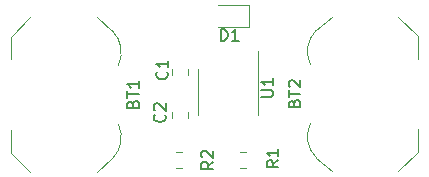
<source format=gbr>
G04 #@! TF.GenerationSoftware,KiCad,Pcbnew,(5.1.5)-3*
G04 #@! TF.CreationDate,2021-08-24T20:05:06-07:00*
G04 #@! TF.ProjectId,Intro_Project,496e7472-6f5f-4507-926f-6a6563742e6b,rev?*
G04 #@! TF.SameCoordinates,Original*
G04 #@! TF.FileFunction,Legend,Top*
G04 #@! TF.FilePolarity,Positive*
%FSLAX46Y46*%
G04 Gerber Fmt 4.6, Leading zero omitted, Abs format (unit mm)*
G04 Created by KiCad (PCBNEW (5.1.5)-3) date 2021-08-24 20:05:06*
%MOMM*%
%LPD*%
G04 APERTURE LIST*
%ADD10C,0.120000*%
%ADD11C,0.150000*%
G04 APERTURE END LIST*
D10*
X132123500Y-75566500D02*
X132123500Y-77516500D01*
X132123500Y-75566500D02*
X132123500Y-73616500D01*
X137243500Y-75566500D02*
X137243500Y-77516500D01*
X137243500Y-75566500D02*
X137243500Y-72116500D01*
X141669893Y-73251402D02*
G75*
G02X142167500Y-70355500I2297607J1095902D01*
G01*
X141671042Y-78257194D02*
G75*
G03X142167500Y-81155500I2296458J-1098306D01*
G01*
X149117500Y-69205500D02*
X150767500Y-70855500D01*
X150767500Y-80655500D02*
X149117500Y-82305500D01*
X150767500Y-80655500D02*
X150767500Y-78755500D01*
X150767500Y-70855500D02*
X150767500Y-72755500D01*
X143517500Y-69205500D02*
X142167500Y-70355500D01*
X143517500Y-82305500D02*
X142167500Y-81155500D01*
X123563500Y-69269000D02*
X124913500Y-70419000D01*
X123563500Y-82369000D02*
X124913500Y-81219000D01*
X116313500Y-80719000D02*
X116313500Y-78819000D01*
X116313500Y-70919000D02*
X116313500Y-72819000D01*
X116313500Y-70919000D02*
X117963500Y-69269000D01*
X117963500Y-82369000D02*
X116313500Y-80719000D01*
X125409958Y-73317306D02*
G75*
G03X124913500Y-70419000I-2296458J1098306D01*
G01*
X125411107Y-78323098D02*
G75*
G02X124913500Y-81219000I-2297607J-1095902D01*
G01*
X129909500Y-73606922D02*
X129909500Y-74124078D01*
X131329500Y-73606922D02*
X131329500Y-74124078D01*
X131329500Y-77259922D02*
X131329500Y-77777078D01*
X129909500Y-77259922D02*
X129909500Y-77777078D01*
X133825500Y-70111500D02*
X136510500Y-70111500D01*
X136510500Y-70111500D02*
X136510500Y-68191500D01*
X136510500Y-68191500D02*
X133825500Y-68191500D01*
X135709922Y-80633500D02*
X136227078Y-80633500D01*
X135709922Y-82053500D02*
X136227078Y-82053500D01*
X130312422Y-82053500D02*
X130829578Y-82053500D01*
X130312422Y-80633500D02*
X130829578Y-80633500D01*
D11*
X137501380Y-76009404D02*
X138310904Y-76009404D01*
X138406142Y-75961785D01*
X138453761Y-75914166D01*
X138501380Y-75818928D01*
X138501380Y-75628452D01*
X138453761Y-75533214D01*
X138406142Y-75485595D01*
X138310904Y-75437976D01*
X137501380Y-75437976D01*
X138501380Y-74437976D02*
X138501380Y-75009404D01*
X138501380Y-74723690D02*
X137501380Y-74723690D01*
X137644238Y-74818928D01*
X137739476Y-74914166D01*
X137787095Y-75009404D01*
X140296071Y-76541214D02*
X140343690Y-76398357D01*
X140391309Y-76350738D01*
X140486547Y-76303119D01*
X140629404Y-76303119D01*
X140724642Y-76350738D01*
X140772261Y-76398357D01*
X140819880Y-76493595D01*
X140819880Y-76874547D01*
X139819880Y-76874547D01*
X139819880Y-76541214D01*
X139867500Y-76445976D01*
X139915119Y-76398357D01*
X140010357Y-76350738D01*
X140105595Y-76350738D01*
X140200833Y-76398357D01*
X140248452Y-76445976D01*
X140296071Y-76541214D01*
X140296071Y-76874547D01*
X139819880Y-76017404D02*
X139819880Y-75445976D01*
X140819880Y-75731690D02*
X139819880Y-75731690D01*
X139915119Y-75160261D02*
X139867500Y-75112642D01*
X139819880Y-75017404D01*
X139819880Y-74779309D01*
X139867500Y-74684071D01*
X139915119Y-74636452D01*
X140010357Y-74588833D01*
X140105595Y-74588833D01*
X140248452Y-74636452D01*
X140819880Y-75207880D01*
X140819880Y-74588833D01*
X126642071Y-76604714D02*
X126689690Y-76461857D01*
X126737309Y-76414238D01*
X126832547Y-76366619D01*
X126975404Y-76366619D01*
X127070642Y-76414238D01*
X127118261Y-76461857D01*
X127165880Y-76557095D01*
X127165880Y-76938047D01*
X126165880Y-76938047D01*
X126165880Y-76604714D01*
X126213500Y-76509476D01*
X126261119Y-76461857D01*
X126356357Y-76414238D01*
X126451595Y-76414238D01*
X126546833Y-76461857D01*
X126594452Y-76509476D01*
X126642071Y-76604714D01*
X126642071Y-76938047D01*
X126165880Y-76080904D02*
X126165880Y-75509476D01*
X127165880Y-75795190D02*
X126165880Y-75795190D01*
X127165880Y-74652333D02*
X127165880Y-75223761D01*
X127165880Y-74938047D02*
X126165880Y-74938047D01*
X126308738Y-75033285D01*
X126403976Y-75128523D01*
X126451595Y-75223761D01*
X129516142Y-73890166D02*
X129563761Y-73937785D01*
X129611380Y-74080642D01*
X129611380Y-74175880D01*
X129563761Y-74318738D01*
X129468523Y-74413976D01*
X129373285Y-74461595D01*
X129182809Y-74509214D01*
X129039952Y-74509214D01*
X128849476Y-74461595D01*
X128754238Y-74413976D01*
X128659000Y-74318738D01*
X128611380Y-74175880D01*
X128611380Y-74080642D01*
X128659000Y-73937785D01*
X128706619Y-73890166D01*
X129611380Y-72937785D02*
X129611380Y-73509214D01*
X129611380Y-73223500D02*
X128611380Y-73223500D01*
X128754238Y-73318738D01*
X128849476Y-73413976D01*
X128897095Y-73509214D01*
X129325642Y-77509666D02*
X129373261Y-77557285D01*
X129420880Y-77700142D01*
X129420880Y-77795380D01*
X129373261Y-77938238D01*
X129278023Y-78033476D01*
X129182785Y-78081095D01*
X128992309Y-78128714D01*
X128849452Y-78128714D01*
X128658976Y-78081095D01*
X128563738Y-78033476D01*
X128468500Y-77938238D01*
X128420880Y-77795380D01*
X128420880Y-77700142D01*
X128468500Y-77557285D01*
X128516119Y-77509666D01*
X128516119Y-77128714D02*
X128468500Y-77081095D01*
X128420880Y-76985857D01*
X128420880Y-76747761D01*
X128468500Y-76652523D01*
X128516119Y-76604904D01*
X128611357Y-76557285D01*
X128706595Y-76557285D01*
X128849452Y-76604904D01*
X129420880Y-77176333D01*
X129420880Y-76557285D01*
X134087404Y-71253880D02*
X134087404Y-70253880D01*
X134325500Y-70253880D01*
X134468357Y-70301500D01*
X134563595Y-70396738D01*
X134611214Y-70491976D01*
X134658833Y-70682452D01*
X134658833Y-70825309D01*
X134611214Y-71015785D01*
X134563595Y-71111023D01*
X134468357Y-71206261D01*
X134325500Y-71253880D01*
X134087404Y-71253880D01*
X135611214Y-71253880D02*
X135039785Y-71253880D01*
X135325500Y-71253880D02*
X135325500Y-70253880D01*
X135230261Y-70396738D01*
X135135023Y-70491976D01*
X135039785Y-70539595D01*
X138960880Y-81383166D02*
X138484690Y-81716500D01*
X138960880Y-81954595D02*
X137960880Y-81954595D01*
X137960880Y-81573642D01*
X138008500Y-81478404D01*
X138056119Y-81430785D01*
X138151357Y-81383166D01*
X138294214Y-81383166D01*
X138389452Y-81430785D01*
X138437071Y-81478404D01*
X138484690Y-81573642D01*
X138484690Y-81954595D01*
X138960880Y-80430785D02*
X138960880Y-81002214D01*
X138960880Y-80716500D02*
X137960880Y-80716500D01*
X138103738Y-80811738D01*
X138198976Y-80906976D01*
X138246595Y-81002214D01*
X133436380Y-81510166D02*
X132960190Y-81843500D01*
X133436380Y-82081595D02*
X132436380Y-82081595D01*
X132436380Y-81700642D01*
X132484000Y-81605404D01*
X132531619Y-81557785D01*
X132626857Y-81510166D01*
X132769714Y-81510166D01*
X132864952Y-81557785D01*
X132912571Y-81605404D01*
X132960190Y-81700642D01*
X132960190Y-82081595D01*
X132531619Y-81129214D02*
X132484000Y-81081595D01*
X132436380Y-80986357D01*
X132436380Y-80748261D01*
X132484000Y-80653023D01*
X132531619Y-80605404D01*
X132626857Y-80557785D01*
X132722095Y-80557785D01*
X132864952Y-80605404D01*
X133436380Y-81176833D01*
X133436380Y-80557785D01*
M02*

</source>
